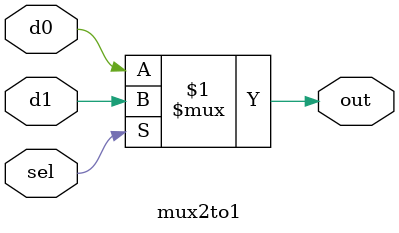
<source format=v>
module mux2to1(d0, d1, sel, out); 
input d0, d1, sel;
output out;
assign out= (sel)? d1 : d0;
endmodule

</source>
